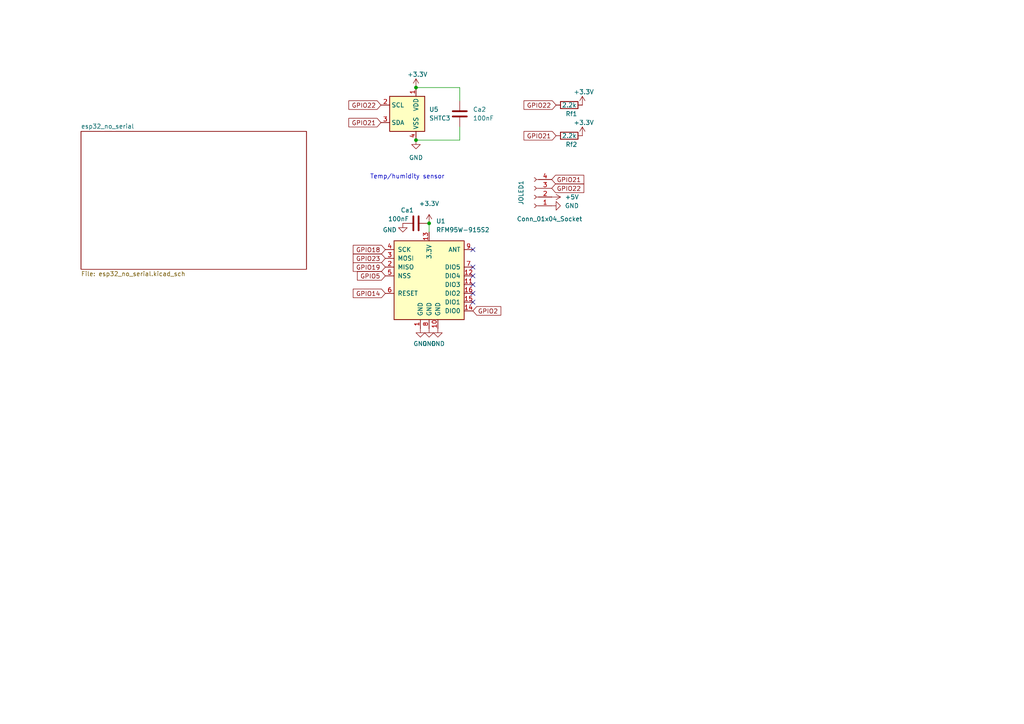
<source format=kicad_sch>
(kicad_sch (version 20231120) (generator "eeschema") (generator_version "8.0")
  (paper "A4")
  (lib_symbols
    (symbol "Connector:Conn_01x04_Socket" (pin_names (offset 1.016) hide)
      (property "Reference" "J" (at 0 5.08 0))
      (property "Value" "Conn_01x04_Socket" (at 0 -7.62 0))
      (symbol "Conn_01x04_Socket_1_1"
        (arc (start 0 -4.572) (mid -0.5058 -5.08) (end 0 -5.588) (stroke (width 0.1524)))
        (arc (start 0 -2.032) (mid -0.5058 -2.54) (end 0 -3.048) (stroke (width 0.1524)))
        (polyline (pts (xy -1.27 -5.08) (xy -0.508 -5.08)) (stroke (width 0.1524)))
        (polyline (pts (xy -1.27 -2.54) (xy -0.508 -2.54)) (stroke (width 0.1524)))
        (polyline (pts (xy -1.27 0) (xy -0.508 0)) (stroke (width 0.1524)))
        (polyline (pts (xy -1.27 2.54) (xy -0.508 2.54)) (stroke (width 0.1524)))
        (arc (start 0 0.508) (mid -0.5058 0) (end 0 -0.508) (stroke (width 0.1524)))
        (arc (start 0 3.048) (mid -0.5058 2.54) (end 0 2.032) (stroke (width 0.1524)))
        (pin passive line (at -5.08 2.54 0) (length 3.81) (name "Pin_1") (number "1"))
        (pin passive line (at -5.08 0 0) (length 3.81) (name "Pin_2") (number "2"))
        (pin passive line (at -5.08 -2.54 0) (length 3.81) (name "Pin_3") (number "3"))
        (pin passive line (at -5.08 -5.08 0) (length 3.81) (name "Pin_4") (number "4"))
      )
    )
    (symbol "Device:C" (pin_numbers hide) (pin_names (offset 0.254))
      (property "Reference" "C" (at 0.635 2.54 0))
      (property "Value" "C" (at 0.635 -2.54 0))
      (symbol "C_0_1"
        (polyline (pts (xy -2.032 -0.762) (xy 2.032 -0.762)) (stroke (width 0.508)))
        (polyline (pts (xy -2.032 0.762) (xy 2.032 0.762)) (stroke (width 0.508)))
      )
      (symbol "C_1_1"
        (pin passive line (at 0 3.81 270) (length 2.794) (name "~") (number "1"))
        (pin passive line (at 0 -3.81 90) (length 2.794) (name "~") (number "2"))
      )
    )
    (symbol "Device:R" (pin_numbers hide) (pin_names (offset 0))
      (property "Reference" "R" (at 2.032 0 90))
      (property "Value" "R" (at 0 0 90))
      (symbol "R_0_1"
        (rectangle (start -1.016 -2.54) (end 1.016 2.54) (stroke (width 0.254)))
      )
      (symbol "R_1_1"
        (pin passive line (at 0 3.81 270) (length 1.27) (name "~") (number "1"))
        (pin passive line (at 0 -3.81 90) (length 1.27) (name "~") (number "2"))
      )
    )
    (symbol "RF_Module:RFM95W-915S2" (pin_names (offset 1.016))
      (property "Reference" "U" (at -10.414 11.684 0))
      (property "Value" "RFM95W-915S2" (at 1.524 11.43 0))
      (symbol "RFM95W-915S2_0_1"
        (rectangle (start -10.16 10.16) (end 10.16 -12.7) (stroke (width 0.254)) (fill (type background)))
      )
      (symbol "RFM95W-915S2_1_1"
        (pin power_in line (at -2.54 -15.24 90) (length 2.54) (name "GND") (number "1"))
        (pin power_in line (at 2.54 -15.24 90) (length 2.54) (name "GND") (number "10"))
        (pin bidirectional line (at 12.7 -2.54 180) (length 2.54) (name "DIO3") (number "11"))
        (pin bidirectional line (at 12.7 0 180) (length 2.54) (name "DIO4") (number "12"))
        (pin power_in line (at 0 12.7 270) (length 2.54) (name "3.3V") (number "13"))
        (pin bidirectional line (at 12.7 -10.16 180) (length 2.54) (name "DIO0") (number "14"))
        (pin bidirectional line (at 12.7 -7.62 180) (length 2.54) (name "DIO1") (number "15"))
        (pin bidirectional line (at 12.7 -5.08 180) (length 2.54) (name "DIO2") (number "16"))
        (pin output line (at -12.7 2.54 0) (length 2.54) (name "MISO") (number "2"))
        (pin input line (at -12.7 5.08 0) (length 2.54) (name "MOSI") (number "3"))
        (pin input line (at -12.7 7.62 0) (length 2.54) (name "SCK") (number "4"))
        (pin input line (at -12.7 0 0) (length 2.54) (name "NSS") (number "5"))
        (pin bidirectional line (at -12.7 -5.08 0) (length 2.54) (name "RESET") (number "6"))
        (pin bidirectional line (at 12.7 2.54 180) (length 2.54) (name "DIO5") (number "7"))
        (pin power_in line (at 0 -15.24 90) (length 2.54) (name "GND") (number "8"))
        (pin bidirectional line (at 12.7 7.62 180) (length 2.54) (name "ANT") (number "9"))
      )
    )
    (symbol "Sensor_Humidity:SHTC3"
      (property "Reference" "U" (at -3.81 6.35 0))
      (property "Value" "SHTC3" (at -2.54 -6.35 0))
      (symbol "SHTC3_1_1"
        (rectangle (start -5.08 5.08) (end 5.08 -5.08) (stroke (width 0.254)) (fill (type background)))
        (pin power_in line (at 2.54 7.62 270) (length 2.54) (name "VDD") (number "1"))
        (pin input line (at -7.62 2.54 0) (length 2.54) (name "SCL") (number "2"))
        (pin bidirectional line (at -7.62 -2.54 0) (length 2.54) (name "SDA") (number "3"))
        (pin power_in line (at 2.54 -7.62 90) (length 2.54) (name "VSS") (number "4"))
        (pin no_connect line (at 5.08 0 180) (length 2.54) hide (name "NC") (number "5"))
      )
    )
    (symbol "power:+3.3V" (power) (pin_numbers hide) (pin_names (offset 0) hide)
      (property "Value" "+3.3V" (at 0 3.556 0))
      (symbol "+3.3V_0_1"
        (polyline (pts (xy -0.762 1.27) (xy 0 2.54)))
        (polyline (pts (xy 0 0) (xy 0 2.54)))
        (polyline (pts (xy 0 2.54) (xy 0.762 1.27)))
      )
      (symbol "+3.3V_1_1"
        (pin power_in line (at 0 0 90) (length 0) (name "~") (number "1"))
      )
    )
    (symbol "power:+5V" (power) (pin_numbers hide) (pin_names (offset 0) hide)
      (property "Value" "+5V" (at 0 3.556 0))
      (symbol "+5V_0_1"
        (polyline (pts (xy -0.762 1.27) (xy 0 2.54)))
        (polyline (pts (xy 0 0) (xy 0 2.54)))
        (polyline (pts (xy 0 2.54) (xy 0.762 1.27)))
      )
      (symbol "+5V_1_1"
        (pin power_in line (at 0 0 90) (length 0) (name "~") (number "1"))
      )
    )
    (symbol "power:GND" (power) (pin_numbers hide) (pin_names (offset 0) hide)
      (property "Value" "GND" (at 0 -3.81 0))
      (symbol "GND_0_1"
        (polyline (pts (xy 0 0) (xy 0 -1.27) (xy 1.27 -1.27) (xy 0 -2.54) (xy -1.27 -1.27) (xy 0 -1.27)))
      )
      (symbol "GND_1_1"
        (pin power_in line (at 0 0 270) (length 0) (name "~") (number "1"))
      )
    )
  )
  (junction (at 120.65 40.64))
  (junction (at 120.65 25.4))
  (junction (at 124.46 64.77))
  (no_connect (at 137.16 72.39))
  (no_connect (at 137.16 77.47))
  (no_connect (at 137.16 87.63))
  (no_connect (at 137.16 85.09))
  (no_connect (at 137.16 82.55))
  (no_connect (at 137.16 80.01))
  (wire (pts (xy 120.65 40.64) (xy 133.35 40.64)))
  (wire (pts (xy 120.65 25.4) (xy 133.35 25.4)))
  (wire (pts (xy 124.46 64.77) (xy 124.46 67.31)))
  (wire (pts (xy 133.35 29.21) (xy 133.35 25.4)))
  (wire (pts (xy 133.35 36.83) (xy 133.35 40.64)))
  (text "Temp/humidity sensor" (at 107.315 52.07 0) (effects (font (size 1.27 1.27)) (justify left bottom)))
  (global_label "GPIO5" (shape input) (at 111.76 80.01 180) (property "Intersheetrefs" "${INTERSHEET_REFS}" (effects (hide yes))))
  (global_label "GPIO21" (shape input) (at 160.02 52.07 0) (property "Intersheetrefs" "${INTERSHEET_REFS}" (effects (hide yes))))
  (global_label "GPIO18" (shape input) (at 111.76 72.39 180) (property "Intersheetrefs" "${INTERSHEET_REFS}" (effects (hide yes))))
  (global_label "GPIO22" (shape input) (at 110.49 30.48 180) (property "Intersheetrefs" "${INTERSHEET_REFS}" (effects (hide yes))))
  (global_label "GPIO19" (shape input) (at 111.76 77.47 180) (property "Intersheetrefs" "${INTERSHEET_REFS}" (effects (hide yes))))
  (global_label "GPIO22" (shape input) (at 161.29 30.48 180) (property "Intersheetrefs" "${INTERSHEET_REFS}" (effects (hide yes))))
  (global_label "GPIO2" (shape input) (at 137.16 90.17 0) (property "Intersheetrefs" "${INTERSHEET_REFS}" (effects (hide yes))))
  (global_label "GPIO22" (shape input) (at 160.02 54.61 0) (property "Intersheetrefs" "${INTERSHEET_REFS}" (effects (hide yes))))
  (global_label "GPIO14" (shape input) (at 111.76 85.09 180) (property "Intersheetrefs" "${INTERSHEET_REFS}" (effects (hide yes))))
  (global_label "GPIO23" (shape input) (at 111.76 74.93 180) (property "Intersheetrefs" "${INTERSHEET_REFS}" (effects (hide yes))))
  (global_label "GPIO21" (shape input) (at 161.29 39.37 180) (property "Intersheetrefs" "${INTERSHEET_REFS}" (effects (hide yes))))
  (global_label "GPIO21" (shape input) (at 110.49 35.56 180) (property "Intersheetrefs" "${INTERSHEET_REFS}" (effects (hide yes))))
  (symbol (lib_id "Connector:Conn_01x04_Socket") (at 154.94 57.15 180) (unit 1)
    (property "Reference" "JOLED1" (at 151.13 55.88 90))
    (property "Value" "Conn_01x04_Socket" (at 168.91 63.5 0) (effects (justify left)))
    (property "Footprint" "Connector_PinSocket_2.54mm:PinSocket_1x04_P2.54mm_Vertical" (effects (hide yes)))
    (property "Description" "Generic connector, single row, 01x04, script generated" (effects (hide yes)))
  )
  (symbol (lib_id "Device:R") (at 165.1 30.48 90) (unit 1)
    (property "Reference" "Rf1" (at 165.735 33.02 90))
    (property "Value" "2.2k" (at 165.1 30.48 90))
    (property "Footprint" "Resistor_SMD:R_0603_1608Metric" (effects (hide yes)))
    (property "Description" "Resistor" (effects (hide yes)))
  )
  (symbol (lib_id "power:+3.3V") (at 124.46 64.77 0) (unit 1)
    (property "Reference" "#PWR0103" (effects (hide yes)))
    (property "Value" "+3.3V" (at 124.46 59.055 0))
    (property "Description" "Power symbol creates a global label with name \"+3.3V\"" (effects (hide yes)))
  )
  (symbol (lib_id "Device:C") (at 133.35 33.02 0) (unit 1)
    (property "Reference" "Ca2" (at 137.16 31.7499 0) (effects (justify left)))
    (property "Value" "100nF" (at 137.16 34.2899 0) (effects (justify left)))
    (property "Footprint" "Capacitor_SMD:C_0603_1608Metric" (effects (hide yes)))
    (property "Description" "Unpolarized capacitor" (effects (hide yes)))
  )
  (symbol (lib_id "Sensor_Humidity:SHTC3") (at 118.11 33.02 0) (unit 1)
    (property "Reference" "U5" (at 124.46 31.7499 0) (effects (justify left)))
    (property "Value" "SHTC3" (at 124.46 34.2899 0) (effects (justify left)))
    (property "Footprint" "Sensor_Humidity:Sensirion_DFN-4-1EP_2x2mm_P1mm_EP0.7x1.6mm" (effects (hide yes)))
    (property "Datasheet" "https://www.sensirion.com/fileadmin/user_upload/customers/sensirion/Dokumente/0_Datasheets/Humidity/Sensirion_Humidity_Sensors_SHTC3_Datasheet.pdf" (effects (hide yes)))
    (property "Description" "Humidity and Temperature Sensor, ±2%RH, ±0.2°C, I2C, 1.62-3.6V, DFN-4" (effects (hide yes)))
  )
  (symbol (lib_id "power:+3.3V") (at 120.65 25.4 0) (unit 1)
    (property "Reference" "#PWR0125" (effects (hide yes)))
    (property "Value" "+3.3V" (at 118.11 21.59 0) (effects (justify left)))
    (property "Description" "Power symbol creates a global label with name \"+3.3V\"" (effects (hide yes)))
  )
  (symbol (lib_id "power:GND") (at 124.46 95.25 0) (unit 1)
    (property "Reference" "#PWR0102" (effects (hide yes)))
    (property "Value" "GND" (at 124.46 99.695 0))
    (property "Description" "Power symbol creates a global label with name \"GND\" , ground" (effects (hide yes)))
  )
  (symbol (lib_id "Device:R") (at 165.1 39.37 90) (unit 1)
    (property "Reference" "Rf2" (at 165.735 41.91 90))
    (property "Value" "2.2k" (at 165.1 39.37 90))
    (property "Footprint" "Resistor_SMD:R_0603_1608Metric" (effects (hide yes)))
    (property "Description" "Resistor" (effects (hide yes)))
  )
  (symbol (lib_id "power:GND") (at 127 95.25 0) (unit 1)
    (property "Reference" "#PWR0104" (effects (hide yes)))
    (property "Value" "GND" (at 127 99.695 0))
    (property "Description" "Power symbol creates a global label with name \"GND\" , ground" (effects (hide yes)))
  )
  (symbol (lib_id "power:GND") (at 121.92 95.25 0) (unit 1)
    (property "Reference" "#PWR0101" (effects (hide yes)))
    (property "Value" "GND" (at 121.92 99.695 0))
    (property "Description" "Power symbol creates a global label with name \"GND\" , ground" (effects (hide yes)))
  )
  (symbol (lib_id "power:GND") (at 116.84 64.77 0) (unit 1)
    (property "Reference" "#PWR0123" (effects (hide yes)))
    (property "Value" "GND" (at 113.03 66.675 0))
    (property "Description" "Power symbol creates a global label with name \"GND\" , ground" (effects (hide yes)))
  )
  (symbol (lib_id "RF_Module:RFM95W-915S2") (at 124.46 80.01 0) (unit 1)
    (property "Reference" "U1" (at 126.4794 64.135 0) (effects (justify left)))
    (property "Value" "RFM95W-915S2" (at 126.4794 66.675 0) (effects (justify left)))
    (property "Footprint" "RF_Module:HOPERF_RFM9XW_SMD" (effects (hide yes)))
    (property "Datasheet" "https://www.hoperf.com/data/upload/portal/20181127/5bfcbea20e9ef.pdf" (effects (hide yes)))
    (property "Description" "Low power long range transceiver module, SPI and parallel interface, 915 MHz, spreading factor 6 to12, bandwidth 7.8 to 500kHz, -111 to -148 dBm, SMD-16, DIP-16" (effects (hide yes)))
  )
  (symbol (lib_id "power:GND") (at 120.65 40.64 0) (unit 1)
    (property "Reference" "#PWR0126" (effects (hide yes)))
    (property "Value" "GND" (at 120.65 45.72 0))
    (property "Description" "Power symbol creates a global label with name \"GND\" , ground" (effects (hide yes)))
  )
  (symbol (lib_id "power:+3.3V") (at 168.91 39.37 0) (unit 1)
    (property "Reference" "#PWR02" (effects (hide yes)))
    (property "Value" "+3.3V" (at 166.37 35.56 0) (effects (justify left)))
    (property "Description" "Power symbol creates a global label with name \"+3.3V\"" (effects (hide yes)))
  )
  (symbol (lib_id "Device:C") (at 120.65 64.77 90) (unit 1)
    (property "Reference" "Ca1" (at 118.11 60.96 90))
    (property "Value" "100nF" (at 115.57 63.5 90))
    (property "Footprint" "Capacitor_SMD:C_0603_1608Metric" (effects (hide yes)))
    (property "Description" "Unpolarized capacitor" (effects (hide yes)))
  )
  (symbol (lib_id "power:GND") (at 160.02 59.69 90) (unit 1)
    (property "Reference" "#PWR04" (effects (hide yes)))
    (property "Value" "GND" (at 163.83 59.6901 90) (effects (justify right)))
    (property "Description" "Power symbol creates a global label with name \"GND\" , ground" (effects (hide yes)))
  )
  (symbol (lib_id "power:+3.3V") (at 168.91 30.48 0) (unit 1)
    (property "Reference" "#PWR01" (effects (hide yes)))
    (property "Value" "+3.3V" (at 166.37 26.67 0) (effects (justify left)))
    (property "Description" "Power symbol creates a global label with name \"+3.3V\"" (effects (hide yes)))
  )
  (symbol (lib_id "power:+5V") (at 160.02 57.15 270) (unit 1)
    (property "Reference" "#PWR03" (effects (hide yes)))
    (property "Value" "+5V" (at 163.83 57.1501 90) (effects (justify left)))
    (property "Description" "Power symbol creates a global label with name \"+5V\"" (effects (hide yes)))
  )
  (sheet (at 23.495 38.1) (size 65.405 40.005) (stroke (width 0.1524))
    (property "Sheetname" "esp32_no_serial" (at 23.495 37.3884 0) (effects (justify left bottom)))
    (property "Sheetfile" "esp32_no_serial.kicad_sch" (at 23.495 78.6896 0) (effects (justify left top)))
  )
)
</source>
